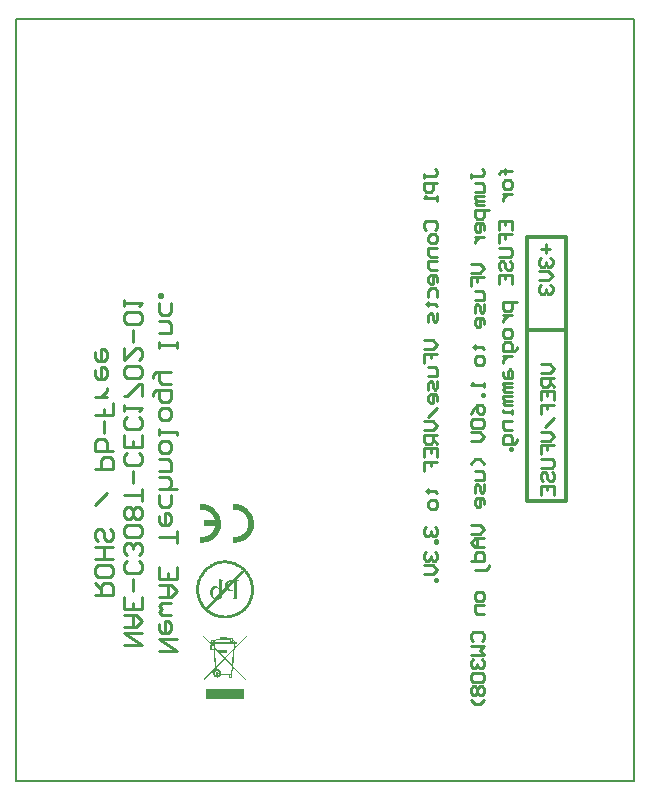
<source format=gbo>
G04*
G04 #@! TF.GenerationSoftware,Altium Limited,Altium Designer,18.0.12 (696)*
G04*
G04 Layer_Color=32896*
%FSLAX25Y25*%
%MOIN*%
G70*
G01*
G75*
%ADD13C,0.01000*%
%ADD16C,0.00500*%
%ADD67C,0.01181*%
G36*
X73541Y92377D02*
X74016Y92320D01*
X74467Y92227D01*
X74895Y92100D01*
X75300Y91961D01*
X75670Y91799D01*
X76029Y91625D01*
X76341Y91452D01*
X76631Y91278D01*
X76885Y91105D01*
X77105Y90943D01*
X77290Y90804D01*
X77429Y90677D01*
X77533Y90584D01*
X77602Y90526D01*
X77626Y90503D01*
X77961Y90144D01*
X78250Y89763D01*
X78505Y89381D01*
X78713Y88999D01*
X78898Y88606D01*
X79049Y88235D01*
X79176Y87865D01*
X79280Y87518D01*
X79350Y87194D01*
X79407Y86893D01*
X79454Y86627D01*
X79477Y86396D01*
X79488Y86292D01*
X79500Y86199D01*
Y86130D01*
X79512Y86060D01*
Y86014D01*
Y85979D01*
Y85956D01*
Y85944D01*
X79488Y85459D01*
X79431Y84984D01*
X79338Y84533D01*
X79211Y84105D01*
X79072Y83700D01*
X78910Y83330D01*
X78748Y82983D01*
X78563Y82659D01*
X78389Y82381D01*
X78227Y82126D01*
X78065Y81907D01*
X77915Y81721D01*
X77799Y81583D01*
X77707Y81467D01*
X77649Y81409D01*
X77626Y81386D01*
X77267Y81050D01*
X76885Y80761D01*
X76503Y80507D01*
X76110Y80298D01*
X75728Y80113D01*
X75346Y79963D01*
X74976Y79835D01*
X74629Y79731D01*
X74305Y79662D01*
X74004Y79604D01*
X73738Y79558D01*
X73507Y79535D01*
X73403Y79523D01*
X73310Y79512D01*
X73241D01*
X73171Y79500D01*
X72812D01*
X72708Y79512D01*
X72523D01*
X72465Y79523D01*
X72408D01*
Y81479D01*
X72627Y81455D01*
X72743Y81444D01*
X72836D01*
X72928Y81432D01*
X73055D01*
X73403Y81444D01*
X73727Y81490D01*
X74039Y81559D01*
X74340Y81640D01*
X74617Y81733D01*
X74884Y81849D01*
X75126Y81964D01*
X75346Y82092D01*
X75555Y82219D01*
X75728Y82335D01*
X75879Y82450D01*
X76006Y82543D01*
X76110Y82635D01*
X76191Y82693D01*
X76237Y82740D01*
X76249Y82751D01*
X76480Y83006D01*
X76688Y83272D01*
X76862Y83538D01*
X77012Y83816D01*
X77140Y84082D01*
X77244Y84348D01*
X77336Y84602D01*
X77406Y84845D01*
X77452Y85077D01*
X77498Y85285D01*
X77522Y85470D01*
X77545Y85632D01*
X77556Y85759D01*
X77568Y85864D01*
Y85921D01*
Y85944D01*
X77556Y86292D01*
X77510Y86616D01*
X77441Y86940D01*
X77360Y87240D01*
X77267Y87518D01*
X77151Y87784D01*
X77036Y88027D01*
X76908Y88247D01*
X76781Y88444D01*
X76665Y88617D01*
X76550Y88779D01*
X76457Y88906D01*
X76364Y88999D01*
X76307Y89080D01*
X76260Y89126D01*
X76249Y89138D01*
X75994Y89369D01*
X75728Y89578D01*
X75462Y89751D01*
X75184Y89913D01*
X74918Y90040D01*
X74652Y90144D01*
X74398Y90237D01*
X74155Y90306D01*
X73923Y90353D01*
X73715Y90399D01*
X73530Y90434D01*
X73368Y90445D01*
X73241Y90457D01*
X73137Y90468D01*
X73055D01*
X72812Y90457D01*
X72708D01*
X72604Y90445D01*
X72523Y90434D01*
X72465D01*
X72419Y90422D01*
X72408D01*
Y92366D01*
X72627Y92389D01*
X72732D01*
X72836Y92400D01*
X73055D01*
X73541Y92377D01*
D02*
G37*
G36*
X62573D02*
X63047Y92320D01*
X63499Y92227D01*
X63927Y92100D01*
X64332Y91961D01*
X64702Y91799D01*
X65049Y91625D01*
X65373Y91452D01*
X65651Y91278D01*
X65905Y91105D01*
X66125Y90943D01*
X66310Y90804D01*
X66449Y90677D01*
X66565Y90584D01*
X66623Y90526D01*
X66646Y90503D01*
X66981Y90144D01*
X67270Y89763D01*
X67525Y89381D01*
X67733Y88999D01*
X67918Y88606D01*
X68069Y88235D01*
X68196Y87865D01*
X68300Y87518D01*
X68370Y87194D01*
X68427Y86893D01*
X68474Y86627D01*
X68497Y86396D01*
X68508Y86292D01*
X68520Y86199D01*
Y86130D01*
X68532Y86060D01*
Y86014D01*
Y85979D01*
Y85956D01*
Y85944D01*
X68508Y85459D01*
X68451Y84984D01*
X68358Y84533D01*
X68231Y84105D01*
X68092Y83700D01*
X67930Y83330D01*
X67768Y82983D01*
X67583Y82659D01*
X67409Y82381D01*
X67247Y82126D01*
X67085Y81907D01*
X66935Y81721D01*
X66819Y81583D01*
X66727Y81467D01*
X66669Y81409D01*
X66646Y81386D01*
X66287Y81050D01*
X65905Y80761D01*
X65523Y80507D01*
X65142Y80298D01*
X64748Y80113D01*
X64378Y79963D01*
X64008Y79835D01*
X63661Y79731D01*
X63337Y79662D01*
X63036Y79604D01*
X62770Y79558D01*
X62538Y79535D01*
X62434Y79523D01*
X62342Y79512D01*
X62272D01*
X62203Y79500D01*
X61844D01*
X61740Y79512D01*
X61555D01*
X61497Y79523D01*
X61439D01*
X61451Y81479D01*
X61671Y81455D01*
X61775Y81444D01*
X61879D01*
X61960Y81432D01*
X62087D01*
X62376Y81444D01*
X62666Y81479D01*
X62943Y81525D01*
X63198Y81583D01*
X63452Y81664D01*
X63684Y81745D01*
X63904Y81837D01*
X64100Y81930D01*
X64285Y82022D01*
X64447Y82115D01*
X64586Y82196D01*
X64702Y82277D01*
X64794Y82335D01*
X64864Y82381D01*
X64910Y82416D01*
X64922Y82427D01*
X65142Y82624D01*
X65350Y82821D01*
X65523Y83029D01*
X65685Y83249D01*
X65836Y83457D01*
X65963Y83677D01*
X66079Y83885D01*
X66171Y84082D01*
X66252Y84267D01*
X66322Y84440D01*
X66380Y84591D01*
X66426Y84730D01*
X66461Y84834D01*
X66484Y84915D01*
X66495Y84961D01*
Y84984D01*
X62723D01*
Y86916D01*
X66495D01*
X66426Y87206D01*
X66333Y87472D01*
X66229Y87738D01*
X66114Y87981D01*
X65986Y88201D01*
X65859Y88409D01*
X65720Y88606D01*
X65593Y88779D01*
X65466Y88941D01*
X65338Y89080D01*
X65234Y89196D01*
X65130Y89288D01*
X65049Y89369D01*
X64991Y89427D01*
X64945Y89462D01*
X64933Y89473D01*
X64690Y89647D01*
X64447Y89797D01*
X64205Y89936D01*
X63961Y90052D01*
X63718Y90144D01*
X63487Y90225D01*
X63256Y90295D01*
X63036Y90341D01*
X62839Y90387D01*
X62654Y90411D01*
X62492Y90434D01*
X62353Y90457D01*
X62238D01*
X62157Y90468D01*
X62087D01*
X61844Y90457D01*
X61740D01*
X61636Y90445D01*
X61555Y90434D01*
X61497D01*
X61451Y90422D01*
X61439D01*
Y92366D01*
X61578Y92377D01*
X61694Y92389D01*
X61809D01*
X61902Y92400D01*
X62087D01*
X62573Y92377D01*
D02*
G37*
G36*
X70198Y73573D02*
X70568Y73550D01*
X70927Y73515D01*
X71274Y73457D01*
X71621Y73400D01*
X71945Y73318D01*
X72593Y73145D01*
X73194Y72925D01*
X73761Y72682D01*
X74282Y72428D01*
X74525Y72300D01*
X74756Y72162D01*
X74976Y72034D01*
X75184Y71895D01*
X75381Y71768D01*
X75566Y71641D01*
X75740Y71514D01*
X75902Y71398D01*
X76041Y71282D01*
X76168Y71178D01*
X76284Y71086D01*
X76388Y71004D01*
X76480Y70924D01*
X76550Y70866D01*
X76608Y70808D01*
X76642Y70773D01*
X76665Y70750D01*
X76677Y70738D01*
X76932Y70472D01*
X77174Y70195D01*
X77394Y69917D01*
X77614Y69628D01*
X77799Y69339D01*
X77984Y69061D01*
X78158Y68760D01*
X78308Y68471D01*
X78447Y68181D01*
X78586Y67892D01*
X78806Y67325D01*
X79002Y66782D01*
X79141Y66261D01*
X79269Y65763D01*
X79315Y65532D01*
X79350Y65312D01*
X79384Y65115D01*
X79419Y64919D01*
X79442Y64734D01*
X79454Y64572D01*
X79465Y64421D01*
X79477Y64294D01*
X79488Y64178D01*
Y64074D01*
X79500Y64005D01*
Y63947D01*
Y63912D01*
Y63901D01*
X79488Y63530D01*
X79465Y63160D01*
X79431Y62801D01*
X79373Y62454D01*
X79315Y62107D01*
X79234Y61783D01*
X79060Y61135D01*
X78841Y60534D01*
X78609Y59967D01*
X78355Y59446D01*
X78216Y59203D01*
X78088Y58972D01*
X77961Y58752D01*
X77822Y58544D01*
X77695Y58347D01*
X77568Y58162D01*
X77452Y57988D01*
X77336Y57826D01*
X77221Y57687D01*
X77117Y57560D01*
X77024Y57445D01*
X76932Y57340D01*
X76862Y57248D01*
X76793Y57178D01*
X76746Y57121D01*
X76712Y57086D01*
X76688Y57063D01*
X76677Y57051D01*
X76411Y56797D01*
X76133Y56554D01*
X75855Y56322D01*
X75566Y56114D01*
X75277Y55917D01*
X74988Y55732D01*
X74699Y55570D01*
X74409Y55408D01*
X74120Y55269D01*
X73831Y55142D01*
X73264Y54911D01*
X72708Y54725D01*
X72188Y54575D01*
X71702Y54459D01*
X71470Y54402D01*
X71251Y54367D01*
X71042Y54332D01*
X70846Y54309D01*
X70661Y54274D01*
X70499Y54263D01*
X70348Y54251D01*
X70221Y54240D01*
X70105Y54228D01*
X70001D01*
X69932Y54216D01*
X69828D01*
X69457Y54228D01*
X69087Y54251D01*
X68728Y54286D01*
X68381Y54344D01*
X68046Y54402D01*
X67710Y54483D01*
X67074Y54656D01*
X66472Y54876D01*
X65905Y55119D01*
X65385Y55374D01*
X65142Y55501D01*
X64910Y55640D01*
X64690Y55767D01*
X64482Y55894D01*
X64285Y56033D01*
X64100Y56160D01*
X63927Y56276D01*
X63765Y56392D01*
X63626Y56507D01*
X63499Y56612D01*
X63383Y56704D01*
X63279Y56785D01*
X63186Y56866D01*
X63117Y56935D01*
X63059Y56982D01*
X63024Y57016D01*
X63001Y57039D01*
X62990Y57051D01*
X62735Y57317D01*
X62492Y57595D01*
X62261Y57873D01*
X62052Y58162D01*
X61856Y58451D01*
X61671Y58740D01*
X61497Y59030D01*
X61347Y59319D01*
X61196Y59608D01*
X61069Y59897D01*
X60838Y60464D01*
X60653Y61020D01*
X60502Y61540D01*
X60386Y62026D01*
X60329Y62258D01*
X60294Y62477D01*
X60259Y62686D01*
X60224Y62882D01*
X60201Y63068D01*
X60190Y63230D01*
X60178Y63380D01*
X60167Y63507D01*
X60155Y63623D01*
X60143Y63727D01*
Y63796D01*
Y63854D01*
Y63889D01*
Y63901D01*
X60155Y64271D01*
X60178Y64641D01*
X60213Y65000D01*
X60271Y65347D01*
X60329Y65682D01*
X60409Y66018D01*
X60583Y66654D01*
X60803Y67256D01*
X61046Y67823D01*
X61300Y68343D01*
X61428Y68586D01*
X61567Y68818D01*
X61694Y69038D01*
X61833Y69246D01*
X61960Y69443D01*
X62087Y69628D01*
X62214Y69801D01*
X62330Y69963D01*
X62446Y70102D01*
X62550Y70229D01*
X62643Y70345D01*
X62723Y70449D01*
X62805Y70542D01*
X62862Y70611D01*
X62920Y70669D01*
X62955Y70704D01*
X62978Y70727D01*
X62990Y70738D01*
X63256Y70993D01*
X63533Y71236D01*
X63811Y71467D01*
X64100Y71676D01*
X64390Y71872D01*
X64667Y72057D01*
X64968Y72231D01*
X65257Y72381D01*
X65547Y72532D01*
X65836Y72659D01*
X66403Y72890D01*
X66947Y73076D01*
X67467Y73226D01*
X67965Y73342D01*
X68196Y73400D01*
X68416Y73434D01*
X68613Y73469D01*
X68809Y73504D01*
X68994Y73527D01*
X69156Y73538D01*
X69307Y73550D01*
X69434Y73562D01*
X69550Y73573D01*
X69654Y73585D01*
X69828D01*
X70198Y73573D01*
D02*
G37*
G36*
X77000Y48222D02*
X73078Y44138D01*
X72962Y43038D01*
X72719Y40366D01*
X72522Y38445D01*
X76722Y34130D01*
X76433Y33852D01*
X72488Y37901D01*
X72256Y35414D01*
X72129D01*
Y34465D01*
X71250D01*
Y35414D01*
X68531D01*
X68427Y35229D01*
X68299Y35044D01*
X68103Y34835D01*
X67848Y34662D01*
X67559Y34569D01*
X67281Y34535D01*
X66992Y34546D01*
X66784Y34604D01*
X66541Y34708D01*
X66333Y34835D01*
X66171Y34997D01*
X66009Y35229D01*
X65893Y35483D01*
X65823Y35726D01*
X65800Y35923D01*
X65823Y36166D01*
X65858Y36351D01*
X65927Y36525D01*
X66032Y36721D01*
X66147Y36883D01*
X66309Y37034D01*
X66483Y37149D01*
X66645Y37230D01*
X66622Y37439D01*
X63162Y33852D01*
X62873Y34141D01*
X66587Y37982D01*
X66286Y41338D01*
X66078Y43767D01*
X64967D01*
Y45329D01*
X65256D01*
X62445Y48222D01*
X62734Y48500D01*
X65384Y45769D01*
Y45966D01*
X65326Y46012D01*
X65256Y46058D01*
X65187Y46128D01*
X65118Y46209D01*
X65083Y46313D01*
X65048Y46405D01*
X65037Y46521D01*
X65060Y46672D01*
X65095Y46753D01*
X65199Y46914D01*
X65314Y47019D01*
X65465Y47088D01*
X65627Y47111D01*
X65789Y47088D01*
X65927Y47030D01*
X66043Y46961D01*
X66101Y46891D01*
X66205Y46984D01*
X66379Y47100D01*
X66587Y47204D01*
X66888Y47319D01*
X67212Y47412D01*
X67536Y47481D01*
X67883Y47539D01*
X68160Y47574D01*
Y47921D01*
X70382D01*
Y47620D01*
X70556D01*
X70845Y47585D01*
X71146Y47551D01*
X71435Y47504D01*
Y47690D01*
X72395D01*
Y47238D01*
X72511Y47181D01*
X72661Y47111D01*
X72835Y47007D01*
X72974Y46914D01*
X73101Y46799D01*
X73194Y46718D01*
X73251Y46637D01*
X73298Y46544D01*
X73274Y46382D01*
X73830D01*
Y45676D01*
X73217D01*
X73124Y44762D01*
X76711Y48500D01*
X77000Y48222D01*
D02*
G37*
G36*
X76155Y30647D02*
Y30589D01*
Y30508D01*
Y30427D01*
Y30335D01*
Y30254D01*
Y30196D01*
Y30184D01*
Y30173D01*
Y29791D01*
Y29606D01*
Y29432D01*
Y29293D01*
Y29178D01*
Y29131D01*
Y29097D01*
Y29085D01*
Y29074D01*
Y28854D01*
Y28657D01*
Y28472D01*
Y28310D01*
Y28171D01*
Y28078D01*
Y28009D01*
Y27997D01*
Y27986D01*
Y27824D01*
Y27708D01*
Y27616D01*
Y27558D01*
Y27523D01*
Y27512D01*
Y27500D01*
X63509D01*
Y27523D01*
Y27581D01*
Y27650D01*
Y27743D01*
Y27836D01*
Y27905D01*
Y27963D01*
Y27986D01*
Y28368D01*
Y28553D01*
Y28715D01*
Y28865D01*
Y28969D01*
Y29016D01*
Y29050D01*
Y29062D01*
Y29074D01*
Y29293D01*
Y29502D01*
Y29687D01*
Y29849D01*
Y29987D01*
Y30092D01*
Y30149D01*
Y30173D01*
Y30265D01*
Y30335D01*
Y30462D01*
Y30555D01*
Y30612D01*
Y30647D01*
Y30659D01*
Y30670D01*
X76155D01*
Y30647D01*
D02*
G37*
%LPC*%
G36*
X75624Y70403D02*
X75618Y70397D01*
X75740Y70287D01*
X75983Y70056D01*
X75624Y70403D01*
D02*
G37*
G36*
X75983Y70056D02*
X75995Y70043D01*
X76006Y70021D01*
X76041Y69986D01*
X76087Y69940D01*
X76145Y69871D01*
X76214Y69801D01*
X76295Y69709D01*
X76307Y69720D01*
X75995Y70043D01*
X75994Y70044D01*
X75983Y70056D01*
D02*
G37*
G36*
X69990Y72613D02*
X69828D01*
X69492Y72601D01*
X69168Y72590D01*
X68844Y72555D01*
X68532Y72509D01*
X67918Y72381D01*
X67340Y72219D01*
X66796Y72023D01*
X66299Y71803D01*
X65824Y71571D01*
X65396Y71340D01*
X65014Y71097D01*
X64829Y70981D01*
X64667Y70866D01*
X64517Y70750D01*
X64378Y70646D01*
X64239Y70553D01*
X64123Y70461D01*
X64019Y70368D01*
X63927Y70287D01*
X63857Y70229D01*
X63788Y70171D01*
X63742Y70114D01*
X63707Y70091D01*
X63684Y70067D01*
X63672Y70056D01*
X63441Y69813D01*
X63221Y69570D01*
X63013Y69315D01*
X62828Y69061D01*
X62654Y68806D01*
X62492Y68540D01*
X62330Y68286D01*
X62191Y68019D01*
X61948Y67499D01*
X61740Y66990D01*
X61567Y66492D01*
X61439Y66029D01*
X61323Y65578D01*
X61254Y65173D01*
X61219Y64988D01*
X61196Y64815D01*
X61173Y64653D01*
X61150Y64502D01*
X61138Y64375D01*
X61127Y64248D01*
Y64144D01*
X61115Y64062D01*
Y63993D01*
Y63947D01*
Y63912D01*
Y63901D01*
X61127Y63565D01*
X61138Y63241D01*
X61173Y62917D01*
X61219Y62605D01*
X61347Y61992D01*
X61509Y61413D01*
X61705Y60869D01*
X61925Y60360D01*
X62157Y59897D01*
X62388Y59469D01*
X62631Y59076D01*
X62747Y58902D01*
X62862Y58729D01*
X62978Y58578D01*
X63082Y58439D01*
X63175Y58312D01*
X63267Y58185D01*
X63333Y58112D01*
X66009Y60788D01*
X65870Y60881D01*
X65743Y60973D01*
X65697Y61020D01*
X65662Y61054D01*
X65639Y61066D01*
X65628Y61077D01*
X65489Y61216D01*
X65373Y61355D01*
X65269Y61506D01*
X65188Y61668D01*
X65107Y61818D01*
X65049Y61968D01*
X64956Y62269D01*
X64922Y62408D01*
X64899Y62524D01*
X64887Y62639D01*
X64876Y62744D01*
X64864Y62813D01*
Y62882D01*
Y62917D01*
Y62929D01*
Y63114D01*
X64887Y63287D01*
X64945Y63588D01*
X65026Y63866D01*
X65061Y63981D01*
X65107Y64086D01*
X65153Y64178D01*
X65200Y64259D01*
X65246Y64329D01*
X65280Y64386D01*
X65315Y64433D01*
X65338Y64468D01*
X65350Y64479D01*
X65361Y64491D01*
X65454Y64595D01*
X65558Y64687D01*
X65651Y64757D01*
X65755Y64826D01*
X65952Y64930D01*
X66125Y65000D01*
X66287Y65034D01*
X66403Y65058D01*
X66449Y65069D01*
X66518D01*
X66657Y65058D01*
X66785Y65034D01*
X66912Y64988D01*
X67039Y64930D01*
X67270Y64791D01*
X67479Y64630D01*
X67641Y64468D01*
X67710Y64398D01*
X67768Y64329D01*
X67814Y64271D01*
X67849Y64224D01*
X67872Y64201D01*
X67884Y64190D01*
Y67325D01*
X68092D01*
X69388Y66793D01*
X69318Y66631D01*
X69191Y66677D01*
X69087Y66689D01*
X69018Y66701D01*
X68994D01*
X68914Y66689D01*
X68856Y66677D01*
X68809Y66654D01*
X68798Y66643D01*
X68752Y66573D01*
X68717Y66504D01*
X68705Y66434D01*
X68694Y66423D01*
Y66411D01*
X68682Y66377D01*
Y66319D01*
X68670Y66203D01*
Y66053D01*
X68659Y65891D01*
Y65752D01*
Y65624D01*
Y65578D01*
Y65544D01*
Y65520D01*
Y65509D01*
Y63438D01*
X69804Y64595D01*
X69747Y64815D01*
X69723Y64930D01*
X69712Y65023D01*
X69700Y65115D01*
Y65185D01*
Y65231D01*
Y65243D01*
X69712Y65451D01*
X69758Y65636D01*
X69804Y65810D01*
X69874Y65948D01*
X69932Y66076D01*
X69990Y66157D01*
X70036Y66215D01*
X70047Y66238D01*
X70186Y66388D01*
X70325Y66515D01*
X70464Y66619D01*
X70591Y66701D01*
X70707Y66758D01*
X70799Y66805D01*
X70857Y66828D01*
X70880Y66839D01*
X71089Y66897D01*
X71308Y66944D01*
X71528Y66967D01*
X71748Y66990D01*
X71945Y67001D01*
X72026Y67013D01*
X72234D01*
X75618Y70397D01*
X75497Y70507D01*
X75242Y70715D01*
X74988Y70900D01*
X74722Y71074D01*
X74467Y71236D01*
X74201Y71398D01*
X73946Y71537D01*
X73426Y71780D01*
X72917Y71988D01*
X72419Y72162D01*
X71945Y72289D01*
X71505Y72404D01*
X71100Y72474D01*
X70915Y72509D01*
X70741Y72532D01*
X70579Y72555D01*
X70429Y72578D01*
X70290Y72590D01*
X70175Y72601D01*
X70070D01*
X69990Y72613D01*
D02*
G37*
G36*
X71817Y66596D02*
X71679Y66550D01*
X71551Y66504D01*
X71505Y66481D01*
X71470Y66469D01*
X71447Y66446D01*
X71436D01*
X71332Y66377D01*
X71227Y66295D01*
X71147Y66203D01*
X71077Y66122D01*
X71019Y66041D01*
X70985Y65972D01*
X70961Y65925D01*
X70950Y65914D01*
X70892Y65786D01*
X70857Y65706D01*
X70846Y65648D01*
X70834Y65624D01*
X71817Y66596D01*
D02*
G37*
G36*
X72766Y66168D02*
X70973Y64386D01*
X71031Y64294D01*
X71089Y64224D01*
X71123Y64178D01*
X71135Y64167D01*
X71274Y64039D01*
X71424Y63935D01*
X71563Y63866D01*
X71690Y63820D01*
X71806Y63796D01*
X71899Y63785D01*
X71956Y63773D01*
X71979D01*
X72084Y63785D01*
X72199Y63796D01*
X72246D01*
X72280Y63808D01*
X72315D01*
X72465Y63820D01*
X72616Y63843D01*
X72674Y63854D01*
X72720Y63866D01*
X72755Y63877D01*
X72766D01*
Y66168D01*
D02*
G37*
G36*
X66981Y64386D02*
X66889D01*
X66715Y64363D01*
X66565Y64317D01*
X66426Y64248D01*
X66299Y64167D01*
X66194Y64086D01*
X66125Y64016D01*
X66067Y63970D01*
X66056Y63947D01*
X65928Y63762D01*
X65836Y63553D01*
X65766Y63345D01*
X65720Y63137D01*
X65697Y62952D01*
X65685Y62871D01*
X65674Y62801D01*
Y62744D01*
Y62697D01*
Y62674D01*
Y62663D01*
X65685Y62350D01*
X65732Y62072D01*
X65790Y61830D01*
X65859Y61644D01*
X65940Y61494D01*
X65998Y61390D01*
X66044Y61320D01*
X66056Y61297D01*
X66125Y61193D01*
X66194Y61124D01*
X66252Y61066D01*
X66264Y61054D01*
X66276D01*
X67884Y62651D01*
Y63889D01*
X67768Y63993D01*
X67676Y64074D01*
X67583Y64132D01*
X67514Y64190D01*
X67456Y64224D01*
X67421Y64248D01*
X67398Y64271D01*
X67386D01*
X67201Y64340D01*
X67120Y64363D01*
X67039Y64375D01*
X66981Y64386D01*
D02*
G37*
G36*
X76295Y69709D02*
X73599Y67013D01*
X74583D01*
Y66839D01*
X74340D01*
X74212Y66828D01*
X74108Y66805D01*
X74004Y66770D01*
X73935Y66735D01*
X73877Y66701D01*
X73831Y66666D01*
X73808Y66643D01*
X73796Y66631D01*
X73750Y66562D01*
X73727Y66457D01*
X73703Y66330D01*
X73680Y66203D01*
Y66076D01*
X73669Y65983D01*
Y65902D01*
Y65891D01*
Y65879D01*
Y61748D01*
Y61563D01*
X73680Y61401D01*
X73692Y61286D01*
X73715Y61193D01*
X73727Y61124D01*
X73750Y61077D01*
X73761Y61054D01*
Y61043D01*
X73842Y60962D01*
X73935Y60892D01*
X74027Y60846D01*
X74120Y60823D01*
X74201Y60800D01*
X74270Y60788D01*
X74583D01*
Y60603D01*
X71841D01*
Y60788D01*
X72084D01*
X72211Y60800D01*
X72315Y60823D01*
X72408Y60846D01*
X72489Y60892D01*
X72546Y60927D01*
X72593Y60950D01*
X72616Y60973D01*
X72627Y60985D01*
X72674Y61066D01*
X72708Y61170D01*
X72732Y61297D01*
X72743Y61425D01*
X72755Y61552D01*
X72766Y61656D01*
Y61725D01*
Y61737D01*
Y61748D01*
Y63600D01*
X72639Y63577D01*
X72523Y63553D01*
X72431Y63542D01*
X72350Y63530D01*
X72280Y63519D01*
X72234Y63507D01*
X72188D01*
X71991Y63484D01*
X71899D01*
X71829Y63472D01*
X71679D01*
X71401Y63484D01*
X71147Y63530D01*
X70927Y63588D01*
X70741Y63646D01*
X70603Y63715D01*
X70499Y63762D01*
X70429Y63808D01*
X70406Y63820D01*
X68659Y62072D01*
Y61020D01*
X68508Y60927D01*
X68358Y60846D01*
X68231Y60777D01*
X68103Y60719D01*
X68011Y60672D01*
X67930Y60638D01*
X67872Y60626D01*
X67861Y60615D01*
X67722Y60568D01*
X67594Y60534D01*
X67456Y60510D01*
X67340Y60499D01*
X67247Y60487D01*
X67166Y60476D01*
X67062D01*
X64008Y57421D01*
X63661Y57745D01*
X63634Y57774D01*
X63614Y57803D01*
X63583Y57828D01*
X63634Y57774D01*
X63638Y57768D01*
X63661Y57745D01*
X63672Y57734D01*
X63915Y57502D01*
X64158Y57283D01*
X64413Y57086D01*
X64667Y56889D01*
X64922Y56716D01*
X65188Y56554D01*
X65442Y56403D01*
X65709Y56264D01*
X66229Y56021D01*
X66738Y55813D01*
X67236Y55640D01*
X67699Y55512D01*
X68150Y55397D01*
X68555Y55327D01*
X68740Y55292D01*
X68914Y55269D01*
X69075Y55246D01*
X69226Y55223D01*
X69353Y55212D01*
X69480Y55200D01*
X69585D01*
X69665Y55188D01*
X69828D01*
X70163Y55200D01*
X70487Y55223D01*
X70811Y55246D01*
X71123Y55292D01*
X71737Y55420D01*
X72303Y55582D01*
X72847Y55778D01*
X73356Y55998D01*
X73831Y56230D01*
X74259Y56461D01*
X74641Y56704D01*
X74814Y56820D01*
X74988Y56924D01*
X75138Y57039D01*
X75277Y57144D01*
X75404Y57248D01*
X75532Y57340D01*
X75636Y57421D01*
X75728Y57502D01*
X75798Y57572D01*
X75867Y57630D01*
X75913Y57676D01*
X75948Y57711D01*
X75971Y57722D01*
X75983Y57734D01*
X76214Y57977D01*
X76434Y58220D01*
X76631Y58474D01*
X76827Y58729D01*
X77001Y58995D01*
X77163Y59249D01*
X77325Y59516D01*
X77464Y59782D01*
X77707Y60302D01*
X77915Y60811D01*
X78088Y61309D01*
X78216Y61772D01*
X78320Y62223D01*
X78401Y62628D01*
X78436Y62813D01*
X78459Y62986D01*
X78482Y63148D01*
X78505Y63299D01*
X78517Y63426D01*
X78528Y63553D01*
Y63658D01*
X78540Y63739D01*
Y63808D01*
Y63854D01*
Y63889D01*
Y63901D01*
X78528Y64236D01*
X78505Y64560D01*
X78482Y64884D01*
X78424Y65196D01*
X78308Y65810D01*
X78135Y66388D01*
X77950Y66932D01*
X77730Y67429D01*
X77498Y67904D01*
X77255Y68332D01*
X77024Y68714D01*
X76908Y68899D01*
X76793Y69061D01*
X76677Y69211D01*
X76573Y69350D01*
X76480Y69489D01*
X76376Y69605D01*
X76295Y69709D01*
D02*
G37*
G36*
X63333Y58112D02*
X63325Y58104D01*
X63502Y57915D01*
X63499Y57919D01*
X63441Y57988D01*
X63360Y58081D01*
X63333Y58112D01*
D02*
G37*
G36*
X63502Y57915D02*
X63556Y57849D01*
X63583Y57828D01*
X63502Y57915D01*
D02*
G37*
G36*
X69965Y47528D02*
X68554D01*
Y47296D01*
X69965D01*
Y47528D01*
D02*
G37*
G36*
X70382Y47204D02*
Y46891D01*
X68160D01*
Y47157D01*
X67698Y47088D01*
X67281Y46984D01*
X66934Y46891D01*
X66656Y46764D01*
X66437Y46637D01*
X66275Y46486D01*
Y46382D01*
X71435D01*
Y47065D01*
X71122Y47123D01*
X70775Y47169D01*
X70382Y47204D01*
D02*
G37*
G36*
X72002Y47296D02*
X71840D01*
Y46764D01*
X71990D01*
X72002Y47296D01*
D02*
G37*
G36*
X72395Y46776D02*
Y46382D01*
X72869D01*
X72881Y46452D01*
X72765Y46567D01*
X72615Y46672D01*
X72395Y46776D01*
D02*
G37*
G36*
X65684Y46706D02*
X65650D01*
X65580Y46695D01*
X65534Y46672D01*
X65488Y46648D01*
X65465Y46614D01*
X65442Y46544D01*
Y46521D01*
Y46510D01*
X65453Y46440D01*
X65476Y46394D01*
X65511Y46359D01*
X65546Y46336D01*
X65615Y46313D01*
X65650D01*
X65719Y46324D01*
X65766Y46347D01*
X65800Y46371D01*
X65823Y46417D01*
X65847Y46475D01*
Y46498D01*
Y46510D01*
X65835Y46579D01*
X65812Y46625D01*
X65789Y46660D01*
X65742Y46683D01*
X65684Y46706D01*
D02*
G37*
G36*
X66147Y44936D02*
X65372D01*
Y44172D01*
X66147D01*
Y44936D01*
D02*
G37*
G36*
X70023Y43189D02*
X67941D01*
Y43062D01*
X70023D01*
Y43189D01*
D02*
G37*
G36*
X72812Y45676D02*
X66333D01*
X66367Y45329D01*
X66541D01*
Y44589D01*
X67513Y43594D01*
X70428D01*
Y42668D01*
X68415D01*
X69757Y41280D01*
X72684Y44323D01*
X72812Y45676D01*
D02*
G37*
G36*
X72627Y43675D02*
X70035Y40991D01*
X72164Y38804D01*
X72627Y43675D01*
D02*
G37*
G36*
X66541Y44010D02*
Y43767D01*
X66494D01*
X66957Y38376D01*
X69480Y40991D01*
X67848Y42668D01*
X67513D01*
Y43004D01*
X66541Y44010D01*
D02*
G37*
G36*
X69757Y40701D02*
X67004Y37844D01*
X67050Y37346D01*
X67235Y37358D01*
X67443Y37346D01*
X67698Y37277D01*
X67941Y37149D01*
X68126Y37022D01*
X68299Y36849D01*
X68450Y36629D01*
X68577Y36351D01*
X68635Y36039D01*
X68623Y35830D01*
X71886D01*
X72118Y38272D01*
X69757Y40701D01*
D02*
G37*
G36*
X67293Y36652D02*
X67223D01*
X67096Y36640D01*
X66992Y36617D01*
X66899Y36582D01*
X66818Y36548D01*
X66749Y36490D01*
X66703Y36432D01*
X66610Y36305D01*
X66564Y36166D01*
X66541Y36062D01*
X66529Y36015D01*
Y35981D01*
Y35958D01*
Y35946D01*
X66541Y35819D01*
X66564Y35715D01*
X66599Y35622D01*
X66633Y35541D01*
X66691Y35483D01*
X66749Y35425D01*
X66876Y35344D01*
X67004Y35287D01*
X67119Y35263D01*
X67154Y35252D01*
X67223D01*
X67351Y35263D01*
X67455Y35287D01*
X67547Y35321D01*
X67628Y35356D01*
X67698Y35414D01*
X67756Y35472D01*
X67837Y35599D01*
X67894Y35726D01*
X67918Y35842D01*
X67929Y35877D01*
Y35911D01*
Y35934D01*
Y35946D01*
X67918Y36073D01*
X67894Y36178D01*
X67860Y36270D01*
X67813Y36351D01*
X67767Y36421D01*
X67709Y36478D01*
X67571Y36559D01*
X67443Y36617D01*
X67327Y36640D01*
X67293Y36652D01*
D02*
G37*
G36*
X71736Y35425D02*
X71643D01*
Y34859D01*
X71736D01*
Y35425D01*
D02*
G37*
%LPD*%
G36*
X67385Y36397D02*
X67501Y36351D01*
X67582Y36270D01*
X67640Y36189D01*
X67675Y36097D01*
X67686Y36015D01*
X67698Y35969D01*
Y35946D01*
X67675Y35796D01*
X67628Y35680D01*
X67547Y35599D01*
X67455Y35541D01*
X67374Y35506D01*
X67293Y35495D01*
X67247Y35483D01*
X67223D01*
X67073Y35506D01*
X66957Y35553D01*
X66876Y35634D01*
X66818Y35715D01*
X66784Y35796D01*
X66772Y35877D01*
X66761Y35923D01*
Y35946D01*
X66784Y36108D01*
X66830Y36224D01*
X66911Y36305D01*
X66992Y36363D01*
X67073Y36397D01*
X67154Y36409D01*
X67200Y36421D01*
X67223D01*
X67385Y36397D01*
D02*
G37*
%LPC*%
G36*
X67235Y36015D02*
X67223D01*
X67177Y36004D01*
X67165Y35981D01*
X67154Y35958D01*
Y35946D01*
X67165Y35911D01*
X67189Y35888D01*
X67212Y35877D01*
X67223D01*
X67258Y35888D01*
X67281Y35911D01*
X67293Y35934D01*
Y35946D01*
X67281Y35992D01*
X67258Y36004D01*
X67235Y36015D01*
D02*
G37*
%LPD*%
D13*
X136108Y201001D02*
Y202501D01*
Y201751D01*
X139856D01*
X140606Y202501D01*
Y203250D01*
X139856Y204000D01*
X140606Y199501D02*
X136108D01*
Y197252D01*
X136857Y196502D01*
X138357D01*
X139107Y197252D01*
Y199501D01*
X140606Y195003D02*
Y193503D01*
Y194253D01*
X136108D01*
X136857Y195003D01*
Y183756D02*
X136108Y184506D01*
Y186006D01*
X136857Y186756D01*
X139856D01*
X140606Y186006D01*
Y184506D01*
X139856Y183756D01*
X140606Y181507D02*
Y180008D01*
X139856Y179258D01*
X138357D01*
X137607Y180008D01*
Y181507D01*
X138357Y182257D01*
X139856D01*
X140606Y181507D01*
Y177759D02*
X137607D01*
Y175509D01*
X138357Y174759D01*
X140606D01*
Y173260D02*
X137607D01*
Y171011D01*
X138357Y170261D01*
X140606D01*
Y166512D02*
Y168012D01*
X139856Y168761D01*
X138357D01*
X137607Y168012D01*
Y166512D01*
X138357Y165762D01*
X139107D01*
Y168761D01*
X137607Y161264D02*
Y163513D01*
X138357Y164263D01*
X139856D01*
X140606Y163513D01*
Y161264D01*
X136857Y159014D02*
X137607D01*
Y159764D01*
Y158265D01*
Y159014D01*
X139856D01*
X140606Y158265D01*
Y156016D02*
Y153766D01*
X139856Y153016D01*
X139107Y153766D01*
Y155266D01*
X138357Y156016D01*
X137607Y155266D01*
Y153016D01*
X136108Y147018D02*
X139107D01*
X140606Y145519D01*
X139107Y144019D01*
X136108D01*
Y139521D02*
Y142520D01*
X138357D01*
Y141020D01*
Y142520D01*
X140606D01*
X137607Y138021D02*
X139856D01*
X140606Y137271D01*
Y135022D01*
X137607D01*
X140606Y133523D02*
Y131273D01*
X139856Y130524D01*
X139107Y131273D01*
Y132773D01*
X138357Y133523D01*
X137607Y132773D01*
Y130524D01*
X140606Y126775D02*
Y128274D01*
X139856Y129024D01*
X138357D01*
X137607Y128274D01*
Y126775D01*
X138357Y126025D01*
X139107D01*
Y129024D01*
X140606Y124526D02*
X137607Y121527D01*
X136108Y120027D02*
X139107D01*
X140606Y118527D01*
X139107Y117028D01*
X136108D01*
X140606Y115529D02*
X136108D01*
Y113279D01*
X136857Y112530D01*
X138357D01*
X139107Y113279D01*
Y115529D01*
Y114029D02*
X140606Y112530D01*
X136108Y108031D02*
Y111030D01*
X140606D01*
Y108031D01*
X138357Y111030D02*
Y109530D01*
X136108Y103532D02*
Y106531D01*
X138357D01*
Y105032D01*
Y106531D01*
X140606D01*
X136857Y96785D02*
X137607D01*
Y97534D01*
Y96035D01*
Y96785D01*
X139856D01*
X140606Y96035D01*
Y93036D02*
Y91536D01*
X139856Y90786D01*
X138357D01*
X137607Y91536D01*
Y93036D01*
X138357Y93786D01*
X139856D01*
X140606Y93036D01*
X136857Y84788D02*
X136108Y84039D01*
Y82539D01*
X136857Y81789D01*
X137607D01*
X138357Y82539D01*
Y83289D01*
Y82539D01*
X139107Y81789D01*
X139856D01*
X140606Y82539D01*
Y84039D01*
X139856Y84788D01*
X140606Y80290D02*
X139856D01*
Y79540D01*
X140606D01*
Y80290D01*
X136857Y76541D02*
X136108Y75791D01*
Y74292D01*
X136857Y73542D01*
X137607D01*
X138357Y74292D01*
Y75042D01*
Y74292D01*
X139107Y73542D01*
X139856D01*
X140606Y74292D01*
Y75791D01*
X139856Y76541D01*
X136108Y72043D02*
X139107D01*
X140606Y70543D01*
X139107Y69043D01*
X136108D01*
X140606Y67544D02*
X139856D01*
Y66794D01*
X140606D01*
Y67544D01*
X151704Y201001D02*
Y202501D01*
Y201751D01*
X155453D01*
X156203Y202501D01*
Y203250D01*
X155453Y204000D01*
X153204Y199501D02*
X155453D01*
X156203Y198752D01*
Y196502D01*
X153204D01*
X156203Y195003D02*
X153204D01*
Y194253D01*
X153953Y193503D01*
X156203D01*
X153953D01*
X153204Y192754D01*
X153953Y192004D01*
X156203D01*
X157702Y190504D02*
X153204D01*
Y188255D01*
X153953Y187505D01*
X155453D01*
X156203Y188255D01*
Y190504D01*
Y183756D02*
Y185256D01*
X155453Y186006D01*
X153953D01*
X153204Y185256D01*
Y183756D01*
X153953Y183007D01*
X154703D01*
Y186006D01*
X153204Y181507D02*
X156203D01*
X154703D01*
X153953Y180757D01*
X153204Y180008D01*
Y179258D01*
X151704Y172510D02*
X154703D01*
X156203Y171011D01*
X154703Y169511D01*
X151704D01*
Y165013D02*
Y168012D01*
X153953D01*
Y166512D01*
Y168012D01*
X156203D01*
X153204Y163513D02*
X155453D01*
X156203Y162763D01*
Y160514D01*
X153204D01*
X156203Y159014D02*
Y156765D01*
X155453Y156016D01*
X154703Y156765D01*
Y158265D01*
X153953Y159014D01*
X153204Y158265D01*
Y156016D01*
X156203Y152267D02*
Y153766D01*
X155453Y154516D01*
X153953D01*
X153204Y153766D01*
Y152267D01*
X153953Y151517D01*
X154703D01*
Y154516D01*
X152454Y144769D02*
X153204D01*
Y145519D01*
Y144019D01*
Y144769D01*
X155453D01*
X156203Y144019D01*
Y141020D02*
Y139521D01*
X155453Y138771D01*
X153953D01*
X153204Y139521D01*
Y141020D01*
X153953Y141770D01*
X155453D01*
X156203Y141020D01*
Y132773D02*
Y131273D01*
Y132023D01*
X151704D01*
X152454Y132773D01*
X156203Y129024D02*
X155453D01*
Y128274D01*
X156203D01*
Y129024D01*
X151704Y122276D02*
X152454Y123776D01*
X153953Y125275D01*
X155453D01*
X156203Y124526D01*
Y123026D01*
X155453Y122276D01*
X154703D01*
X153953Y123026D01*
Y125275D01*
X152454Y120777D02*
X151704Y120027D01*
Y118528D01*
X152454Y117778D01*
X155453D01*
X156203Y118528D01*
Y120027D01*
X155453Y120777D01*
X152454D01*
X151704Y116278D02*
X154703D01*
X156203Y114779D01*
X154703Y113279D01*
X151704D01*
X156203Y105782D02*
X154703Y107281D01*
X153204D01*
X151704Y105782D01*
X153204Y103532D02*
X155453D01*
X156203Y102783D01*
Y100533D01*
X153204D01*
X156203Y99034D02*
Y96785D01*
X155453Y96035D01*
X154703Y96785D01*
Y98284D01*
X153953Y99034D01*
X153204Y98284D01*
Y96035D01*
X156203Y92286D02*
Y93786D01*
X155453Y94535D01*
X153953D01*
X153204Y93786D01*
Y92286D01*
X153953Y91536D01*
X154703D01*
Y94535D01*
X151704Y85538D02*
X154703D01*
X156203Y84039D01*
X154703Y82539D01*
X151704D01*
X156203Y81040D02*
X153204D01*
X151704Y79540D01*
X153204Y78041D01*
X156203D01*
X153953D01*
Y81040D01*
X151704Y73542D02*
X156203D01*
Y75791D01*
X155453Y76541D01*
X153953D01*
X153204Y75791D01*
Y73542D01*
X157702Y72043D02*
Y71293D01*
X156953Y70543D01*
X153204D01*
X156203Y62296D02*
Y60796D01*
X155453Y60046D01*
X153953D01*
X153204Y60796D01*
Y62296D01*
X153953Y63045D01*
X155453D01*
X156203Y62296D01*
Y58547D02*
X153204D01*
Y56298D01*
X153953Y55548D01*
X156203D01*
X152454Y46551D02*
X151704Y47300D01*
Y48800D01*
X152454Y49550D01*
X155453D01*
X156203Y48800D01*
Y47300D01*
X155453Y46551D01*
X151704Y45051D02*
X156203D01*
X154703Y43552D01*
X156203Y42052D01*
X151704D01*
X152454Y40553D02*
X151704Y39803D01*
Y38303D01*
X152454Y37554D01*
X153204D01*
X153953Y38303D01*
Y39053D01*
Y38303D01*
X154703Y37554D01*
X155453D01*
X156203Y38303D01*
Y39803D01*
X155453Y40553D01*
X152454Y36054D02*
X151704Y35304D01*
Y33805D01*
X152454Y33055D01*
X155453D01*
X156203Y33805D01*
Y35304D01*
X155453Y36054D01*
X152454D01*
Y31556D02*
X151704Y30806D01*
Y29306D01*
X152454Y28557D01*
X153204D01*
X153953Y29306D01*
X154703Y28557D01*
X155453D01*
X156203Y29306D01*
Y30806D01*
X155453Y31556D01*
X154703D01*
X153953Y30806D01*
X153204Y31556D01*
X152454D01*
X153953Y30806D02*
Y29306D01*
X156203Y27057D02*
X154703Y25558D01*
X153204D01*
X151704Y27057D01*
X165500Y203250D02*
X161752D01*
X163251D01*
Y204000D01*
Y202501D01*
Y203250D01*
X161752D01*
X161002Y202501D01*
X165500Y199501D02*
Y198002D01*
X164751Y197252D01*
X163251D01*
X162501Y198002D01*
Y199501D01*
X163251Y200251D01*
X164751D01*
X165500Y199501D01*
X162501Y195753D02*
X165500D01*
X164001D01*
X163251Y195003D01*
X162501Y194253D01*
Y193503D01*
X161002Y183756D02*
Y186756D01*
X165500D01*
Y183756D01*
X163251Y186756D02*
Y185256D01*
X161002Y179258D02*
Y182257D01*
X163251D01*
Y180757D01*
Y182257D01*
X165500D01*
X161002Y177759D02*
X164751D01*
X165500Y177009D01*
Y175509D01*
X164751Y174759D01*
X161002D01*
X161752Y170261D02*
X161002Y171011D01*
Y172510D01*
X161752Y173260D01*
X162501D01*
X163251Y172510D01*
Y171011D01*
X164001Y170261D01*
X164751D01*
X165500Y171011D01*
Y172510D01*
X164751Y173260D01*
X161002Y165762D02*
Y168761D01*
X165500D01*
Y165762D01*
X163251Y168761D02*
Y167262D01*
X167000Y159764D02*
X162501D01*
Y157515D01*
X163251Y156765D01*
X164751D01*
X165500Y157515D01*
Y159764D01*
X162501Y155266D02*
X165500D01*
X164001D01*
X163251Y154516D01*
X162501Y153766D01*
Y153016D01*
X165500Y150017D02*
Y148518D01*
X164751Y147768D01*
X163251D01*
X162501Y148518D01*
Y150017D01*
X163251Y150767D01*
X164751D01*
X165500Y150017D01*
X167000Y144769D02*
Y144019D01*
X166250Y143270D01*
X162501D01*
Y145519D01*
X163251Y146269D01*
X164751D01*
X165500Y145519D01*
Y143270D01*
X162501Y141770D02*
X165500D01*
X164001D01*
X163251Y141020D01*
X162501Y140270D01*
Y139521D01*
Y136522D02*
Y135022D01*
X163251Y134273D01*
X165500D01*
Y136522D01*
X164751Y137271D01*
X164001Y136522D01*
Y134273D01*
X165500Y132773D02*
X162501D01*
Y132023D01*
X163251Y131273D01*
X165500D01*
X163251D01*
X162501Y130524D01*
X163251Y129774D01*
X165500D01*
Y128274D02*
X162501D01*
Y127525D01*
X163251Y126775D01*
X165500D01*
X163251D01*
X162501Y126025D01*
X163251Y125275D01*
X165500D01*
Y123776D02*
Y122276D01*
Y123026D01*
X162501D01*
Y123776D01*
X165500Y120027D02*
X162501D01*
Y117778D01*
X163251Y117028D01*
X165500D01*
X167000Y114029D02*
Y113279D01*
X166250Y112530D01*
X162501D01*
Y114779D01*
X163251Y115529D01*
X164751D01*
X165500Y114779D01*
Y112530D01*
Y111030D02*
X164751D01*
Y110280D01*
X165500D01*
Y111030D01*
X47695Y43500D02*
X53693D01*
X47695Y47499D01*
X53693D01*
X47695Y52497D02*
Y50498D01*
X48694Y49498D01*
X50694D01*
X51693Y50498D01*
Y52497D01*
X50694Y53497D01*
X49694D01*
Y49498D01*
X51693Y55496D02*
X48694D01*
X47695Y56496D01*
X48694Y57495D01*
X47695Y58495D01*
X48694Y59495D01*
X51693D01*
X47695Y61494D02*
X51693D01*
X53693Y63494D01*
X51693Y65493D01*
X47695D01*
X50694D01*
Y61494D01*
X53693Y71491D02*
Y67492D01*
X47695D01*
Y71491D01*
X50694Y67492D02*
Y69492D01*
X53693Y79488D02*
Y83487D01*
Y81488D01*
X47695D01*
Y88485D02*
Y86486D01*
X48694Y85486D01*
X50694D01*
X51693Y86486D01*
Y88485D01*
X50694Y89485D01*
X49694D01*
Y85486D01*
X51693Y95483D02*
Y92484D01*
X50694Y91484D01*
X48694D01*
X47695Y92484D01*
Y95483D01*
X53693Y97483D02*
X47695D01*
X50694D01*
X51693Y98482D01*
Y100482D01*
X50694Y101481D01*
X47695D01*
Y103481D02*
X51693D01*
Y106480D01*
X50694Y107479D01*
X47695D01*
Y110478D02*
Y112478D01*
X48694Y113477D01*
X50694D01*
X51693Y112478D01*
Y110478D01*
X50694Y109479D01*
X48694D01*
X47695Y110478D01*
Y115477D02*
Y117476D01*
Y116476D01*
X53693D01*
Y115477D01*
X47695Y121475D02*
Y123474D01*
X48694Y124474D01*
X50694D01*
X51693Y123474D01*
Y121475D01*
X50694Y120475D01*
X48694D01*
X47695Y121475D01*
X45695Y128472D02*
Y129472D01*
X46695Y130472D01*
X51693D01*
Y127473D01*
X50694Y126473D01*
X48694D01*
X47695Y127473D01*
Y130472D01*
X51693Y132471D02*
X48694D01*
X47695Y133471D01*
Y136470D01*
X46695D01*
X45695Y135470D01*
Y134471D01*
X47695Y136470D02*
X51693D01*
X53693Y144467D02*
Y146467D01*
Y145467D01*
X47695D01*
Y144467D01*
Y146467D01*
Y149466D02*
X51693D01*
Y152465D01*
X50694Y153464D01*
X47695D01*
X51693Y159462D02*
Y156464D01*
X50694Y155464D01*
X48694D01*
X47695Y156464D01*
Y159462D01*
Y161462D02*
X48694D01*
Y162461D01*
X47695D01*
Y161462D01*
X36098Y45499D02*
X42096D01*
X36098Y49498D01*
X42096D01*
X36098Y51497D02*
X40096D01*
X42096Y53497D01*
X40096Y55496D01*
X36098D01*
X39097D01*
Y51497D01*
X42096Y61494D02*
Y57495D01*
X36098D01*
Y61494D01*
X39097Y57495D02*
Y59495D01*
Y63494D02*
Y67492D01*
X41096Y73490D02*
X42096Y72491D01*
Y70491D01*
X41096Y69492D01*
X37097D01*
X36098Y70491D01*
Y72491D01*
X37097Y73490D01*
X41096Y75490D02*
X42096Y76489D01*
Y78489D01*
X41096Y79488D01*
X40096D01*
X39097Y78489D01*
Y77489D01*
Y78489D01*
X38097Y79488D01*
X37097D01*
X36098Y78489D01*
Y76489D01*
X37097Y75490D01*
X41096Y81488D02*
X42096Y82487D01*
Y84487D01*
X41096Y85486D01*
X37097D01*
X36098Y84487D01*
Y82487D01*
X37097Y81488D01*
X41096D01*
Y87486D02*
X42096Y88485D01*
Y90485D01*
X41096Y91484D01*
X40096D01*
X39097Y90485D01*
X38097Y91484D01*
X37097D01*
X36098Y90485D01*
Y88485D01*
X37097Y87486D01*
X38097D01*
X39097Y88485D01*
X40096Y87486D01*
X41096D01*
X39097Y88485D02*
Y90485D01*
X42096Y93484D02*
Y97483D01*
Y95483D01*
X36098D01*
X39097Y99482D02*
Y103481D01*
X41096Y109479D02*
X42096Y108479D01*
Y106480D01*
X41096Y105480D01*
X37097D01*
X36098Y106480D01*
Y108479D01*
X37097Y109479D01*
X42096Y115477D02*
Y111478D01*
X36098D01*
Y115477D01*
X39097Y111478D02*
Y113477D01*
X41096Y121475D02*
X42096Y120475D01*
Y118476D01*
X41096Y117476D01*
X37097D01*
X36098Y118476D01*
Y120475D01*
X37097Y121475D01*
X36098Y123474D02*
Y125473D01*
Y124474D01*
X42096D01*
X41096Y123474D01*
X42096Y128472D02*
Y132471D01*
X41096D01*
X37097Y128472D01*
X36098D01*
X41096Y134471D02*
X42096Y135470D01*
Y137470D01*
X41096Y138469D01*
X37097D01*
X36098Y137470D01*
Y135470D01*
X37097Y134471D01*
X41096D01*
X36098Y144467D02*
Y140469D01*
X40096Y144467D01*
X41096D01*
X42096Y143468D01*
Y141468D01*
X41096Y140469D01*
X39097Y146467D02*
Y150465D01*
X41096Y152465D02*
X42096Y153464D01*
Y155464D01*
X41096Y156464D01*
X37097D01*
X36098Y155464D01*
Y153464D01*
X37097Y152465D01*
X41096D01*
X36098Y158463D02*
Y160462D01*
Y159462D01*
X42096D01*
X41096Y158463D01*
X26500Y61994D02*
X32498D01*
Y64993D01*
X31498Y65993D01*
X29499D01*
X28499Y64993D01*
Y61994D01*
Y63993D02*
X26500Y65993D01*
X32498Y70991D02*
Y68992D01*
X31498Y67992D01*
X27500D01*
X26500Y68992D01*
Y70991D01*
X27500Y71991D01*
X31498D01*
X32498Y70991D01*
Y73990D02*
X26500D01*
X29499D01*
Y77989D01*
X32498D01*
X26500D01*
X31498Y83987D02*
X32498Y82987D01*
Y80988D01*
X31498Y79988D01*
X30499D01*
X29499Y80988D01*
Y82987D01*
X28499Y83987D01*
X27500D01*
X26500Y82987D01*
Y80988D01*
X27500Y79988D01*
X26500Y91984D02*
X30499Y95983D01*
X26500Y103980D02*
X32498D01*
Y106980D01*
X31498Y107979D01*
X29499D01*
X28499Y106980D01*
Y103980D01*
X32498Y109978D02*
X26500D01*
Y112978D01*
X27500Y113977D01*
X28499D01*
X29499D01*
X30499Y112978D01*
Y109978D01*
X29499Y115977D02*
Y119975D01*
X32498Y125973D02*
Y121975D01*
X29499D01*
Y123974D01*
Y121975D01*
X26500D01*
X30499Y127973D02*
X26500D01*
X28499D01*
X29499Y128972D01*
X30499Y129972D01*
Y130972D01*
X26500Y136970D02*
Y134970D01*
X27500Y133971D01*
X29499D01*
X30499Y134970D01*
Y136970D01*
X29499Y137970D01*
X28499D01*
Y133971D01*
X26500Y142968D02*
Y140969D01*
X27500Y139969D01*
X29499D01*
X30499Y140969D01*
Y142968D01*
X29499Y143967D01*
X28499D01*
Y139969D01*
X176751Y179000D02*
Y176001D01*
X175251Y177500D02*
X178250D01*
X175251Y174501D02*
X174501Y173752D01*
Y172252D01*
X175251Y171502D01*
X176001D01*
X176751Y172252D01*
Y173002D01*
Y172252D01*
X177500Y171502D01*
X178250D01*
X179000Y172252D01*
Y173752D01*
X178250Y174501D01*
X174501Y170003D02*
X177500D01*
X179000Y168503D01*
X177500Y167004D01*
X174501D01*
X175251Y165504D02*
X174501Y164755D01*
Y163255D01*
X175251Y162505D01*
X176001D01*
X176751Y163255D01*
Y164005D01*
Y163255D01*
X177500Y162505D01*
X178250D01*
X179000Y163255D01*
Y164755D01*
X178250Y165504D01*
X175001Y139000D02*
X178000D01*
X179500Y137501D01*
X178000Y136001D01*
X175001D01*
X179500Y134501D02*
X175001D01*
Y132252D01*
X175751Y131502D01*
X177251D01*
X178000Y132252D01*
Y134501D01*
Y133002D02*
X179500Y131502D01*
X175001Y127004D02*
Y130003D01*
X179500D01*
Y127004D01*
X177251Y130003D02*
Y128503D01*
X175001Y122505D02*
Y125504D01*
X177251D01*
Y124005D01*
Y125504D01*
X179500D01*
Y121006D02*
X176501Y118007D01*
X175001Y116507D02*
X178000D01*
X179500Y115008D01*
X178000Y113508D01*
X175001D01*
Y109010D02*
Y112009D01*
X177251D01*
Y110509D01*
Y112009D01*
X179500D01*
X175001Y107510D02*
X178750D01*
X179500Y106760D01*
Y105261D01*
X178750Y104511D01*
X175001D01*
X175751Y100013D02*
X175001Y100762D01*
Y102262D01*
X175751Y103012D01*
X176501D01*
X177251Y102262D01*
Y100762D01*
X178000Y100013D01*
X178750D01*
X179500Y100762D01*
Y102262D01*
X178750Y103012D01*
X175001Y95514D02*
Y98513D01*
X179500D01*
Y95514D01*
X177251Y98513D02*
Y97013D01*
D16*
X232Y-7D02*
Y253993D01*
X206232D01*
Y-7D02*
Y253993D01*
X232Y-7D02*
X206232D01*
D67*
X183500Y150500D02*
Y181500D01*
X170500D02*
X183500D01*
X170500Y150500D02*
Y181500D01*
Y150500D02*
X183500D01*
Y93500D02*
Y150500D01*
X170500Y93500D02*
X183500D01*
X170500D02*
Y150500D01*
X183500D01*
M02*

</source>
